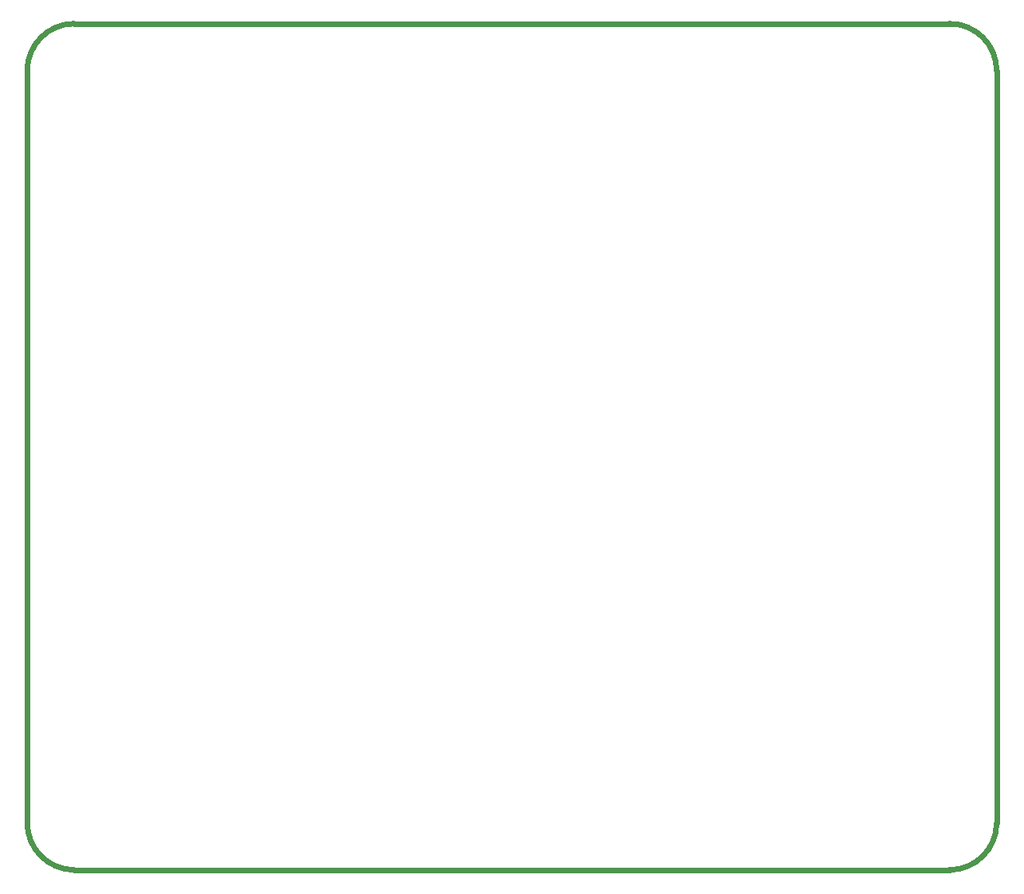
<source format=gbr>
G04 #@! TF.GenerationSoftware,KiCad,Pcbnew,5.1.9-73d0e3b20d~88~ubuntu20.04.1*
G04 #@! TF.CreationDate,2021-03-17T08:49:08+01:00*
G04 #@! TF.ProjectId,rs232-sniffer,72733233-322d-4736-9e69-666665722e6b,V20.0.1*
G04 #@! TF.SameCoordinates,PX206cc80PY7bfa480*
G04 #@! TF.FileFunction,Profile,NP*
%FSLAX46Y46*%
G04 Gerber Fmt 4.6, Leading zero omitted, Abs format (unit mm)*
G04 Created by KiCad (PCBNEW 5.1.9-73d0e3b20d~88~ubuntu20.04.1) date 2021-03-17 08:49:08*
%MOMM*%
%LPD*%
G01*
G04 APERTURE LIST*
G04 #@! TA.AperFunction,Profile*
%ADD10C,0.600000*%
G04 #@! TD*
G04 APERTURE END LIST*
D10*
X98000000Y90000000D02*
G75*
G02*
X103000000Y85000000I0J-5000000D01*
G01*
X103000000Y5000000D02*
G75*
G02*
X98000000Y0I-5000000J0D01*
G01*
X5000000Y0D02*
G75*
G02*
X0Y5000000I0J5000000D01*
G01*
X0Y85000000D02*
G75*
G02*
X5000000Y90000000I5000000J0D01*
G01*
X0Y5000000D02*
X0Y85000000D01*
X98000000Y0D02*
X5000000Y0D01*
X103000000Y85000000D02*
X103000000Y5000000D01*
X5000000Y90000000D02*
X98000000Y90000000D01*
M02*

</source>
